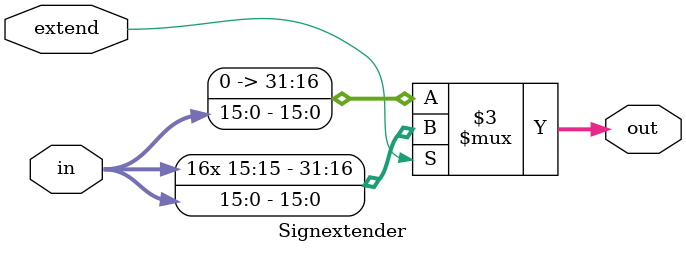
<source format=v>
module Signextender(
	input [15:0]in,
	input extend,
	output reg [31:0]out);
	
	always @(*) begin
		if(extend) begin
			out = {{16{in[15]}}, in};
		end
		else begin
			out = in;
		end
	end 
	
endmodule

</source>
